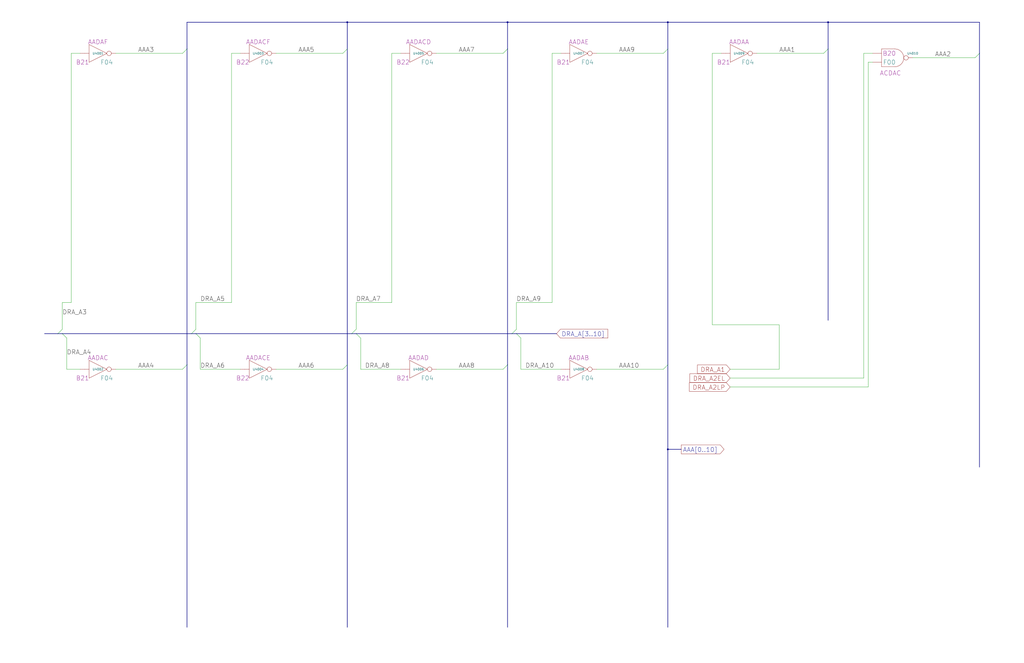
<source format=kicad_sch>
(kicad_sch (version 20250114) (generator "eeschema") (generator_version "9.0")
  (paper "User" 584.2 378.46)
  (title_block (title "PLANE A\\nDRAM ADDRESS BUFFERS") (date "08-MAR-90") (rev "0.0") (comment 1 "MEM32 BOARD") (comment 2 "232-003066") (comment 3 "S400") (comment 4 "RELEASED"))
  (lib_symbols
    (symbol "r1000:F00" (pin_numbers (hide yes)) (pin_names (hide yes))
      (property "Reference" "U" (at 15.24 0 0))
      (property "Value" "F00" (at 1.905 -5.08 0))
      (property "Location" "___" (at 1.905 0 0))
      (property "Name" "______" (at 2.54 -12.7 0))
      (symbol "F00_0_1"
        (polyline (pts (xy -2.54 2.54) (xy -2.54 -7.62)) (stroke (width 0.1524)))
        (polyline (pts (xy -2.54 2.54) (xy 5.08 2.54)) (stroke (width 0.1524)))
        (polyline (pts (xy -2.54 -7.62) (xy 5.08 -7.62)) (stroke (width 0.1524)))
        (arc (start 5.08 2.54) (mid 10.1281 -2.54) (end 5.08 -7.62) (stroke (width 0.1524)))
        (circle (center 11.43 -2.54) (radius 1.27) (stroke (width 0.1524)))
      )
      (symbol "F00_0_2"
        (arc (start -3.175 2.54) (mid -2.134 -2.54) (end -3.175 -7.62) (stroke (width 0.1524)))
        (circle (center -3.81 0) (radius 1.27) (stroke (width 0.1524)))
        (circle (center -3.81 -5.08) (radius 1.27) (stroke (width 0.1524)))
        (polyline (pts (xy -3.175 2.54) (xy 3.81 2.54)) (stroke (width 0.1524)))
        (polyline (pts (xy -3.175 -7.62) (xy 3.81 -7.62)) (stroke (width 0.1524)))
        (arc (start 3.81 2.54) (mid 7.5828 0.7472) (end 10.16 -2.54) (stroke (width 0.1524)))
        (arc (start 10.16 -2.54) (mid 7.5855 -5.8306) (end 3.81 -7.62) (stroke (width 0.1524)))
      )
      (symbol "F00_1_1"
        (pin input line (at -7.62 0 0) (length 5.08) (name "D0") (number "1"))
        (pin input line (at -7.62 -5.08 0) (length 5.08) (name "D1") (number "2"))
        (pin output line (at 15.24 -2.54 180) (length 2.54) (name "Q") (number "3"))
      )
      (symbol "F00_1_2"
        (pin input line (at -7.62 0 0) (length 2.54) (name "D0") (number "1"))
        (pin input line (at -7.62 -5.08 0) (length 2.54) (name "D1") (number "2"))
        (pin output line (at 15.24 -2.54 180) (length 5.08) (name "Q") (number "3"))
      )
    )
    (symbol "r1000:F04" (pin_numbers (hide yes)) (pin_names (hide yes))
      (property "Reference" "U" (at 0 0 0))
      (property "Value" "F04" (at 1.27 -5.08 0))
      (property "Location" "___" (at -12.7 -5.08 0))
      (property "Name" "______" (at 0 5.08 0))
      (symbol "F04_0_1"
        (polyline (pts (xy -7.62 0) (xy -5.08 0)) (stroke (width 0.1524)))
        (polyline (pts (xy -5.08 5.08) (xy -5.08 -5.08)) (stroke (width 0.1524)))
        (polyline (pts (xy 5.08 0) (xy -5.08 5.08)) (stroke (width 0.1524)))
        (polyline (pts (xy 5.08 0) (xy -5.08 -5.08)) (stroke (width 0.1524)))
        (circle (center 6.35 0) (radius 1.27) (stroke (width 0.1524)))
      )
      (symbol "F04_1_1"
        (pin input line (at -10.16 0 0) (length 2.54) (name "D0") (number "1"))
        (pin output line (at 10.16 0 180) (length 2.54) (name "Q") (number "2"))
      )
    )
  )
  (junction (at 381 256.54))
  (junction (at 289.56 12.7))
  (junction (at 198.12 12.7))
  (junction (at 472.44 12.7))
  (junction (at 381 12.7))
  (bus_entry (at 198.12 27.94) (size -2.54 2.54))
  (bus_entry (at 111.76 190.5) (size 2.54 2.54))
  (bus_entry (at 289.56 27.94) (size -2.54 2.54))
  (bus_entry (at 35.56 190.5) (size 2.54 2.54))
  (bus_entry (at 289.56 208.28) (size -2.54 2.54))
  (bus_entry (at 294.64 187.96) (size -2.54 2.54))
  (bus_entry (at 35.56 187.96) (size -2.54 2.54))
  (bus_entry (at 472.44 27.94) (size -2.54 2.54))
  (bus_entry (at 203.2 187.96) (size -2.54 2.54))
  (bus_entry (at 558.8 30.48) (size -2.54 2.54))
  (bus_entry (at 203.2 190.5) (size 2.54 2.54))
  (bus_entry (at 106.68 27.94) (size -2.54 2.54))
  (bus_entry (at 294.64 190.5) (size 2.54 2.54))
  (bus_entry (at 381 27.94) (size -2.54 2.54))
  (bus_entry (at 198.12 208.28) (size -2.54 2.54))
  (bus_entry (at 381 208.28) (size -2.54 2.54))
  (bus_entry (at 106.68 208.28) (size -2.54 2.54))
  (bus_entry (at 111.76 187.96) (size -2.54 2.54))
  (wire (pts (xy 137.16 210.82) (xy 114.3 210.82)))
  (bus (pts (xy 35.56 190.5) (xy 109.22 190.5)))
  (wire (pts (xy 157.48 210.82) (xy 195.58 210.82)))
  (bus (pts (xy 106.68 208.28) (xy 106.68 358.14)))
  (wire (pts (xy 340.36 210.82) (xy 378.46 210.82)))
  (wire (pts (xy 38.1 210.82) (xy 38.1 193.04)))
  (wire (pts (xy 297.18 210.82) (xy 297.18 193.04)))
  (wire (pts (xy 248.92 30.48) (xy 287.02 30.48)))
  (bus (pts (xy 106.68 12.7) (xy 106.68 27.94)))
  (bus (pts (xy 25.4 190.5) (xy 33.02 190.5)))
  (wire (pts (xy 223.52 30.48) (xy 223.52 172.72)))
  (bus (pts (xy 289.56 27.94) (xy 289.56 208.28)))
  (wire (pts (xy 157.48 30.48) (xy 195.58 30.48)))
  (wire (pts (xy 406.4 185.42) (xy 444.5 185.42)))
  (wire (pts (xy 137.16 30.48) (xy 132.08 30.48)))
  (wire (pts (xy 35.56 172.72) (xy 40.64 172.72)))
  (wire (pts (xy 411.48 30.48) (xy 406.4 30.48)))
  (wire (pts (xy 66.04 30.48) (xy 104.14 30.48)))
  (wire (pts (xy 320.04 210.82) (xy 297.18 210.82)))
  (bus (pts (xy 381 256.54) (xy 381 358.14)))
  (bus (pts (xy 289.56 12.7) (xy 289.56 27.94)))
  (bus (pts (xy 292.1 190.5) (xy 294.64 190.5)))
  (wire (pts (xy 497.84 35.56) (xy 495.3 35.56)))
  (bus (pts (xy 381 12.7) (xy 381 27.94)))
  (bus (pts (xy 472.44 27.94) (xy 472.44 182.88)))
  (wire (pts (xy 294.64 172.72) (xy 294.64 187.96)))
  (bus (pts (xy 198.12 12.7) (xy 198.12 27.94)))
  (wire (pts (xy 340.36 30.48) (xy 378.46 30.48)))
  (bus (pts (xy 106.68 27.94) (xy 106.68 208.28)))
  (wire (pts (xy 431.8 30.48) (xy 469.9 30.48)))
  (wire (pts (xy 111.76 172.72) (xy 111.76 187.96)))
  (wire (pts (xy 416.56 215.9) (xy 492.76 215.9)))
  (bus (pts (xy 472.44 12.7) (xy 381 12.7)))
  (bus (pts (xy 109.22 190.5) (xy 111.76 190.5)))
  (bus (pts (xy 198.12 208.28) (xy 198.12 358.14)))
  (wire (pts (xy 132.08 172.72) (xy 111.76 172.72)))
  (wire (pts (xy 248.92 210.82) (xy 287.02 210.82)))
  (wire (pts (xy 35.56 187.96) (xy 35.56 172.72)))
  (wire (pts (xy 520.7 33.02) (xy 556.26 33.02)))
  (bus (pts (xy 200.66 190.5) (xy 203.2 190.5)))
  (wire (pts (xy 320.04 30.48) (xy 314.96 30.48)))
  (bus (pts (xy 472.44 12.7) (xy 472.44 27.94)))
  (bus (pts (xy 294.64 190.5) (xy 317.5 190.5)))
  (wire (pts (xy 314.96 30.48) (xy 314.96 172.72)))
  (bus (pts (xy 381 27.94) (xy 381 208.28)))
  (bus (pts (xy 111.76 190.5) (xy 200.66 190.5)))
  (bus (pts (xy 381 256.54) (xy 388.62 256.54)))
  (wire (pts (xy 114.3 210.82) (xy 114.3 193.04)))
  (wire (pts (xy 314.96 172.72) (xy 294.64 172.72)))
  (bus (pts (xy 558.8 12.7) (xy 472.44 12.7)))
  (wire (pts (xy 132.08 30.48) (xy 132.08 172.72)))
  (bus (pts (xy 203.2 190.5) (xy 292.1 190.5)))
  (bus (pts (xy 198.12 12.7) (xy 289.56 12.7)))
  (wire (pts (xy 416.56 210.82) (xy 444.5 210.82)))
  (wire (pts (xy 223.52 172.72) (xy 203.2 172.72)))
  (wire (pts (xy 497.84 30.48) (xy 492.76 30.48)))
  (bus (pts (xy 381 208.28) (xy 381 256.54)))
  (wire (pts (xy 40.64 30.48) (xy 45.72 30.48)))
  (bus (pts (xy 381 12.7) (xy 289.56 12.7)))
  (bus (pts (xy 106.68 12.7) (xy 198.12 12.7)))
  (bus (pts (xy 198.12 27.94) (xy 198.12 208.28)))
  (wire (pts (xy 66.04 210.82) (xy 104.14 210.82)))
  (bus (pts (xy 289.56 208.28) (xy 289.56 358.14)))
  (wire (pts (xy 228.6 30.48) (xy 223.52 30.48)))
  (wire (pts (xy 45.72 210.82) (xy 38.1 210.82)))
  (wire (pts (xy 40.64 172.72) (xy 40.64 30.48)))
  (wire (pts (xy 492.76 30.48) (xy 492.76 215.9)))
  (wire (pts (xy 416.56 220.98) (xy 495.3 220.98)))
  (wire (pts (xy 228.6 210.82) (xy 205.74 210.82)))
  (wire (pts (xy 406.4 30.48) (xy 406.4 185.42)))
  (wire (pts (xy 444.5 185.42) (xy 444.5 210.82)))
  (wire (pts (xy 495.3 35.56) (xy 495.3 220.98)))
  (wire (pts (xy 205.74 210.82) (xy 205.74 193.04)))
  (wire (pts (xy 203.2 172.72) (xy 203.2 187.96)))
  (bus (pts (xy 33.02 190.5) (xy 35.56 190.5)))
  (bus (pts (xy 558.8 30.48) (xy 558.8 266.7)))
  (bus (pts (xy 558.8 12.7) (xy 558.8 30.48)))
  (label "DRA_A6" (at 114.3 210.82 0) (effects (font (size 2.54 2.54))))
  (label "AAA8" (at 261.62 210.82 0) (effects (font (size 2.54 2.54))))
  (label "AAA4" (at 78.74 210.82 0) (effects (font (size 2.54 2.54))))
  (label "DRA_A7" (at 203.2 172.72 0) (effects (font (size 2.54 2.54))))
  (label "AAA2" (at 533.4 33.02 0) (effects (font (size 2.54 2.54))))
  (label "AAA1" (at 444.5 30.48 0) (effects (font (size 2.54 2.54))))
  (label "AAA5" (at 170.18 30.48 0) (effects (font (size 2.54 2.54))))
  (label "AAA10" (at 353.06 210.82 0) (effects (font (size 2.54 2.54))))
  (label "DRA_A3" (at 35.56 180.34 0) (effects (font (size 2.54 2.54))))
  (label "AAA7" (at 261.62 30.48 0) (effects (font (size 2.54 2.54))))
  (label "DRA_A8" (at 208.28 210.82 0) (effects (font (size 2.54 2.54))))
  (label "AAA6" (at 170.18 210.82 0) (effects (font (size 2.54 2.54))))
  (label "AAA9" (at 353.06 30.48 0) (effects (font (size 2.54 2.54))))
  (label "DRA_A10" (at 299.72 210.82 0) (effects (font (size 2.54 2.54))))
  (label "DRA_A4" (at 38.1 203.2 0) (effects (font (size 2.54 2.54))))
  (label "DRA_A9" (at 294.64 172.72 0) (effects (font (size 2.54 2.54))))
  (label "DRA_A5" (at 114.3 172.72 0) (effects (font (size 2.54 2.54))))
  (label "AAA3" (at 78.74 30.48 0) (effects (font (size 2.54 2.54))))
  (global_label "DRA_A1" (shape input) (at 416.56 210.82 180) (effects (font (size 2.54 2.54))) (property "Intersheetrefs" "${INTERSHEET_REFS}" (at 397.9454 210.6613 0) (effects (font (size 1.905 1.905)) (justify right))))
  (global_label "AAA[0..10]" (shape output) (at 388.62 256.54 0) (effects (font (size 2.54 2.54))) (property "Intersheetrefs" "${INTERSHEET_REFS}" (at 413.0403 256.3813 0) (effects (font (size 1.905 1.905)) (justify left))))
  (global_label "DRA_A[3..10]" (shape input) (at 317.5 190.5 0) (effects (font (size 2.54 2.54))) (property "Intersheetrefs" "${INTERSHEET_REFS}" (at 346.7584 190.3413 0) (effects (font (size 1.905 1.905)) (justify left))))
  (global_label "DRA_A2LP" (shape input) (at 416.56 220.98 180) (effects (font (size 2.54 2.54))) (property "Intersheetrefs" "${INTERSHEET_REFS}" (at 393.3492 220.8213 0) (effects (font (size 1.905 1.905)) (justify right))))
  (global_label "DRA_A2EL" (shape input) (at 416.56 215.9 180) (effects (font (size 2.54 2.54))) (property "Intersheetrefs" "${INTERSHEET_REFS}" (at 393.5911 215.7413 0) (effects (font (size 1.905 1.905)) (justify right))))
  (symbol (lib_id "r1000:F04") (at 238.76 210.82 0) (unit 1)
    (property "Reference" "U4006" (at 238.76 210.82 0))
    (property "Value" "F04" (at 240.03 215.9 0) (effects (font (size 2.54 2.54)) (justify left)))
    (property "Location" "B21" (at 226.06 215.9 0) (effects (font (size 2.54 2.54)) (justify left)))
    (property "Name" "AADAD" (at 238.76 205.74 0) (effects (font (size 2.54 2.54)) (justify bottom)))
  )
  (symbol (lib_id "r1000:F04") (at 147.32 30.48 0) (unit 1)
    (property "Reference" "U4003" (at 147.32 30.48 0))
    (property "Value" "F04" (at 148.59 35.56 0) (effects (font (size 2.54 2.54)) (justify left)))
    (property "Location" "B22" (at 134.62 35.56 0) (effects (font (size 2.54 2.54)) (justify left)))
    (property "Name" "AADACF" (at 147.32 25.4 0) (effects (font (size 2.54 2.54)) (justify bottom)))
  )
  (symbol (lib_id "r1000:F04") (at 238.76 30.48 0) (unit 1)
    (property "Reference" "U4005" (at 238.76 30.48 0))
    (property "Value" "F04" (at 240.03 35.56 0) (effects (font (size 2.54 2.54)) (justify left)))
    (property "Location" "B22" (at 226.06 35.56 0) (effects (font (size 2.54 2.54)) (justify left)))
    (property "Name" "AADACD" (at 238.76 25.4 0) (effects (font (size 2.54 2.54)) (justify bottom)))
  )
  (symbol (lib_id "r1000:F04") (at 55.88 30.48 0) (unit 1)
    (property "Reference" "U4001" (at 55.88 30.48 0))
    (property "Value" "F04" (at 57.15 35.56 0) (effects (font (size 2.54 2.54)) (justify left)))
    (property "Location" "B21" (at 43.18 35.56 0) (effects (font (size 2.54 2.54)) (justify left)))
    (property "Name" "AADAF" (at 55.88 25.4 0) (effects (font (size 2.54 2.54)) (justify bottom)))
  )
  (symbol (lib_id "r1000:F00") (at 505.46 30.48 0) (unit 1)
    (property "Reference" "U4010" (at 520.7 30.48 0))
    (property "Value" "F00" (at 507.365 35.56 0) (effects (font (size 2.54 2.54))))
    (property "Location" "B20" (at 507.365 30.48 0) (effects (font (size 2.54 2.54))))
    (property "Name" "ACDAC" (at 508 43.18 0) (effects (font (size 2.54 2.54)) (justify bottom)))
  )
  (symbol (lib_id "r1000:F04") (at 330.2 30.48 0) (unit 1)
    (property "Reference" "U4007" (at 330.2 30.48 0))
    (property "Value" "F04" (at 331.47 35.56 0) (effects (font (size 2.54 2.54)) (justify left)))
    (property "Location" "B21" (at 317.5 35.56 0) (effects (font (size 2.54 2.54)) (justify left)))
    (property "Name" "AADAE" (at 330.2 25.4 0) (effects (font (size 2.54 2.54)) (justify bottom)))
  )
  (symbol (lib_id "r1000:F04") (at 421.64 30.48 0) (unit 1)
    (property "Reference" "U4009" (at 421.64 30.48 0))
    (property "Value" "F04" (at 422.91 35.56 0) (effects (font (size 2.54 2.54)) (justify left)))
    (property "Location" "B21" (at 408.94 35.56 0) (effects (font (size 2.54 2.54)) (justify left)))
    (property "Name" "AADAA" (at 421.64 25.4 0) (effects (font (size 2.54 2.54)) (justify bottom)))
  )
  (symbol (lib_id "r1000:F04") (at 147.32 210.82 0) (unit 1)
    (property "Reference" "U4004" (at 147.32 210.82 0))
    (property "Value" "F04" (at 148.59 215.9 0) (effects (font (size 2.54 2.54)) (justify left)))
    (property "Location" "B22" (at 134.62 215.9 0) (effects (font (size 2.54 2.54)) (justify left)))
    (property "Name" "AADACE" (at 147.32 205.74 0) (effects (font (size 2.54 2.54)) (justify bottom)))
  )
  (symbol (lib_id "r1000:F04") (at 330.2 210.82 0) (unit 1)
    (property "Reference" "U4008" (at 330.2 210.82 0))
    (property "Value" "F04" (at 331.47 215.9 0) (effects (font (size 2.54 2.54)) (justify left)))
    (property "Location" "B21" (at 317.5 215.9 0) (effects (font (size 2.54 2.54)) (justify left)))
    (property "Name" "AADAB" (at 330.2 205.74 0) (effects (font (size 2.54 2.54)) (justify bottom)))
  )
  (symbol (lib_id "r1000:F04") (at 55.88 210.82 0) (unit 1)
    (property "Reference" "U4002" (at 55.88 210.82 0))
    (property "Value" "F04" (at 57.15 215.9 0) (effects (font (size 2.54 2.54)) (justify left)))
    (property "Location" "B21" (at 43.18 215.9 0) (effects (font (size 2.54 2.54)) (justify left)))
    (property "Name" "AADAC" (at 55.88 205.74 0) (effects (font (size 2.54 2.54)) (justify bottom)))
  )
)
</source>
